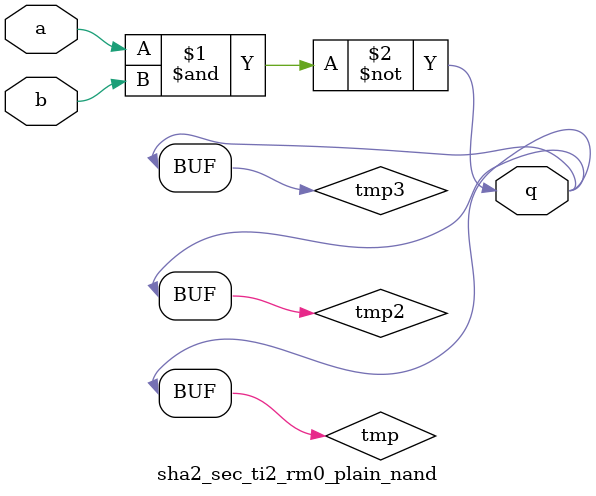
<source format=v>
module sha2_sec_ti2_rm0_plain_nand(
    input wire a,
    input wire b,
    output reg q
    );
wire tmp;
assign tmp = ~(a&b);
wire tmp2 = tmp;
reg tmp3;
always @*tmp3 = tmp2;
always @* q = tmp3;
endmodule
</source>
